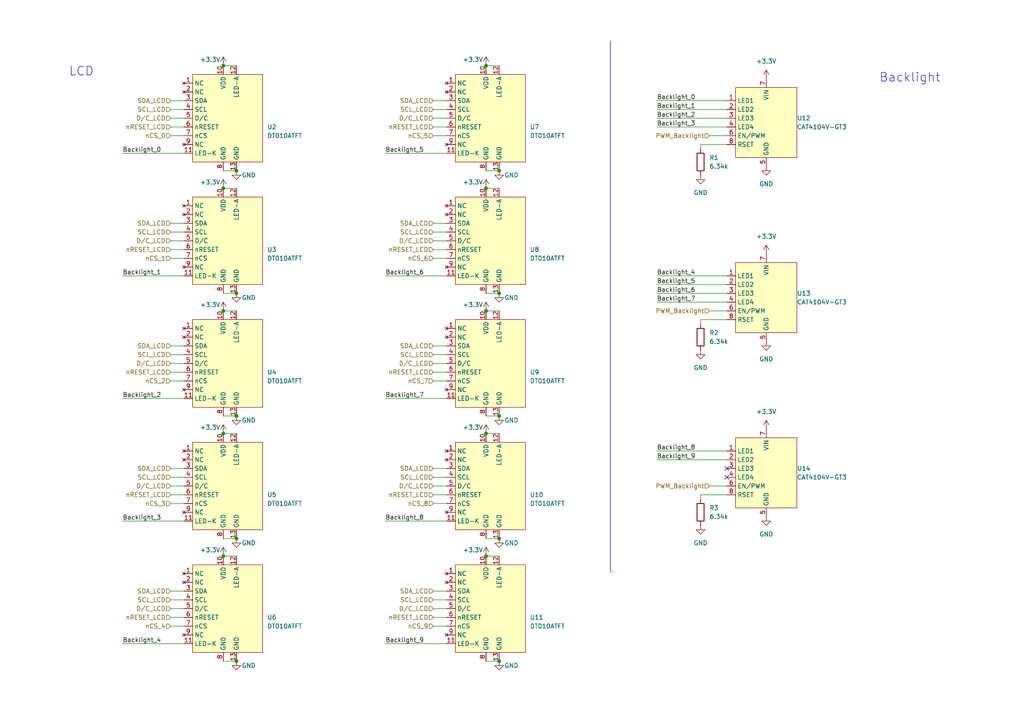
<source format=kicad_sch>
(kicad_sch (version 20231120) (generator "eeschema") (generator_version "8.0")
  (paper "A4")
  (lib_symbols
    (symbol "Console:CAT4104V-GT3"
      (property "Reference" "U" (at 3.81 2.54 0))
      (property "Value" " CAT4104V-GT3" (at 20.066 -20.828 0))
      (symbol "CAT4104V-GT3_0_0"
        (pin power_out line (at 0 -2.54 0) (length 2.54) (name "LED1") (number "1"))
        (pin power_out line (at 0 -5.08 0) (length 2.54) (name "LED2") (number "2"))
        (pin power_out line (at 0 -7.62 0) (length 2.54) (name "LED3") (number "3"))
        (pin power_out line (at 0 -10.16 0) (length 2.54) (name "LED4") (number "4"))
        (pin power_in line (at 11.43 -21.59 90) (length 2.54) (name "GND") (number "5"))
        (pin input line (at 0 -12.7 0) (length 2.54) (name "EN/PWM") (number "6"))
        (pin power_in line (at 11.43 3.81 270) (length 2.54) (name "VIN") (number "7"))
        (pin input line (at 0 -15.24 0) (length 2.54) (name "RSET") (number "8"))
      )
      (symbol "CAT4104V-GT3_0_1"
        (rectangle (start 2.54 1.27) (end 20.32 -19.05) (fill (type background)))
      )
    )
    (symbol "Console:DT010ATFT"
      (property "Reference" "U" (at 3.556 2.54 0))
      (property "Value" "DT010ATFT" (at 21.844 -25.654 0))
      (symbol "DT010ATFT_0_0"
        (pin no_connect line (at 0 -1.27 0) (length 2.54) (name "NC") (number "1"))
        (pin power_in line (at 11.43 3.81 270) (length 2.54) (name "VDD") (number "10"))
        (pin power_in line (at 0 -21.59 0) (length 2.54) (name "LED-K") (number "11"))
        (pin power_in line (at 15.24 3.81 270) (length 2.54) (name "LED-A") (number "12"))
        (pin power_in line (at 15.24 -26.67 90) (length 2.54) (name "GND") (number "13"))
        (pin no_connect line (at 0 -3.81 0) (length 2.54) (name "NC") (number "2"))
        (pin bidirectional line (at 0 -6.35 0) (length 2.54) (name "SDA") (number "3"))
        (pin input line (at 0 -8.89 0) (length 2.54) (name "SCL") (number "4"))
        (pin input line (at 0 -11.43 0) (length 2.54) (name "D/C") (number "5"))
        (pin input line (at 0 -13.97 0) (length 2.54) (name "nRESET") (number "6"))
        (pin input line (at 0 -16.51 0) (length 2.54) (name "nCS") (number "7"))
        (pin power_in line (at 11.43 -26.67 90) (length 2.54) (name "GND") (number "8"))
        (pin no_connect line (at 0 -19.05 0) (length 2.54) (name "NC") (number "9"))
      )
      (symbol "DT010ATFT_0_1"
        (rectangle (start 2.54 1.27) (end 22.86 -24.13) (fill (type background)))
      )
    )
    (symbol "Device:R" (pin_numbers hide) (pin_names (offset 0))
      (property "Reference" "R" (at 2.032 0 90))
      (property "Value" "R" (at 0 0 90))
      (symbol "R_0_1"
        (rectangle (start -1.016 -2.54) (end 1.016 2.54) (stroke (width 0.254)))
      )
      (symbol "R_1_1"
        (pin passive line (at 0 3.81 270) (length 1.27) (name "~") (number "1"))
        (pin passive line (at 0 -3.81 90) (length 1.27) (name "~") (number "2"))
      )
    )
    (symbol "power:+3.3V" (power) (pin_numbers hide) (pin_names (offset 0) hide)
      (property "Value" "+3.3V" (at 0 3.556 0))
      (symbol "+3.3V_0_1"
        (polyline (pts (xy -0.762 1.27) (xy 0 2.54)))
        (polyline (pts (xy 0 0) (xy 0 2.54)))
        (polyline (pts (xy 0 2.54) (xy 0.762 1.27)))
      )
      (symbol "+3.3V_1_1"
        (pin power_in line (at 0 0 90) (length 0) (name "~") (number "1"))
      )
    )
    (symbol "power:GND" (power) (pin_numbers hide) (pin_names (offset 0) hide)
      (property "Value" "GND" (at 0 -3.81 0))
      (symbol "GND_0_1"
        (polyline (pts (xy 0 0) (xy 0 -1.27) (xy 1.27 -1.27) (xy 0 -2.54) (xy -1.27 -1.27) (xy 0 -1.27)))
      )
      (symbol "GND_1_1"
        (pin power_in line (at 0 0 270) (length 0) (name "~") (number "1"))
      )
    )
  )
  (junction (at 144.78 85.09))
  (junction (at 68.58 85.09))
  (junction (at 140.97 90.17))
  (junction (at 64.77 125.73))
  (junction (at 64.77 90.17))
  (junction (at 144.78 156.21))
  (junction (at 68.58 49.53))
  (junction (at 140.97 54.61))
  (junction (at 68.58 120.65))
  (junction (at 144.78 120.65))
  (junction (at 144.78 49.53))
  (junction (at 140.97 19.05))
  (junction (at 68.58 191.77))
  (junction (at 64.77 161.29))
  (junction (at 68.58 156.21))
  (junction (at 140.97 125.73))
  (junction (at 64.77 19.05))
  (junction (at 64.77 54.61))
  (junction (at 144.78 191.77))
  (junction (at 140.97 161.29))
  (no_connect (at 210.82 138.43))
  (no_connect (at 210.82 135.89))
  (wire (pts (xy 49.53 181.61) (xy 53.34 181.61)))
  (wire (pts (xy 125.73 102.87) (xy 129.54 102.87)))
  (wire (pts (xy 140.97 19.05) (xy 144.78 19.05)))
  (wire (pts (xy 64.77 156.21) (xy 68.58 156.21)))
  (wire (pts (xy 190.5 80.01) (xy 210.82 80.01)))
  (wire (pts (xy 205.74 39.37) (xy 210.82 39.37)))
  (polyline (pts (xy 177.546 165.862) (xy 177.8 165.862)))
  (wire (pts (xy 125.73 176.53) (xy 129.54 176.53)))
  (wire (pts (xy 140.97 54.61) (xy 144.78 54.61)))
  (wire (pts (xy 125.73 36.83) (xy 129.54 36.83)))
  (wire (pts (xy 190.5 36.83) (xy 210.82 36.83)))
  (wire (pts (xy 125.73 69.85) (xy 129.54 69.85)))
  (wire (pts (xy 203.2 92.71) (xy 210.82 92.71)))
  (wire (pts (xy 125.73 105.41) (xy 129.54 105.41)))
  (wire (pts (xy 49.53 138.43) (xy 53.34 138.43)))
  (wire (pts (xy 125.73 64.77) (xy 129.54 64.77)))
  (wire (pts (xy 203.2 93.98) (xy 203.2 92.71)))
  (wire (pts (xy 49.53 31.75) (xy 53.34 31.75)))
  (wire (pts (xy 49.53 173.99) (xy 53.34 173.99)))
  (wire (pts (xy 140.97 85.09) (xy 144.78 85.09)))
  (wire (pts (xy 140.97 90.17) (xy 144.78 90.17)))
  (wire (pts (xy 49.53 29.21) (xy 53.34 29.21)))
  (wire (pts (xy 203.2 41.91) (xy 203.2 43.18)))
  (wire (pts (xy 49.53 140.97) (xy 53.34 140.97)))
  (wire (pts (xy 64.77 54.61) (xy 68.58 54.61)))
  (wire (pts (xy 125.73 34.29) (xy 129.54 34.29)))
  (wire (pts (xy 190.5 87.63) (xy 210.82 87.63)))
  (wire (pts (xy 140.97 191.77) (xy 144.78 191.77)))
  (wire (pts (xy 64.77 120.65) (xy 68.58 120.65)))
  (wire (pts (xy 111.76 115.57) (xy 129.54 115.57)))
  (wire (pts (xy 49.53 179.07) (xy 53.34 179.07)))
  (wire (pts (xy 190.5 82.55) (xy 210.82 82.55)))
  (wire (pts (xy 140.97 125.73) (xy 144.78 125.73)))
  (wire (pts (xy 125.73 140.97) (xy 129.54 140.97)))
  (wire (pts (xy 35.56 44.45) (xy 53.34 44.45)))
  (wire (pts (xy 190.5 85.09) (xy 210.82 85.09)))
  (wire (pts (xy 49.53 64.77) (xy 53.34 64.77)))
  (wire (pts (xy 125.73 146.05) (xy 129.54 146.05)))
  (wire (pts (xy 49.53 67.31) (xy 53.34 67.31)))
  (wire (pts (xy 125.73 143.51) (xy 129.54 143.51)))
  (wire (pts (xy 64.77 90.17) (xy 68.58 90.17)))
  (wire (pts (xy 125.73 171.45) (xy 129.54 171.45)))
  (wire (pts (xy 64.77 19.05) (xy 68.58 19.05)))
  (wire (pts (xy 111.76 80.01) (xy 129.54 80.01)))
  (wire (pts (xy 125.73 179.07) (xy 129.54 179.07)))
  (wire (pts (xy 35.56 151.13) (xy 53.34 151.13)))
  (wire (pts (xy 64.77 85.09) (xy 68.58 85.09)))
  (wire (pts (xy 125.73 72.39) (xy 129.54 72.39)))
  (wire (pts (xy 49.53 171.45) (xy 53.34 171.45)))
  (wire (pts (xy 190.5 133.35) (xy 210.82 133.35)))
  (wire (pts (xy 125.73 74.93) (xy 129.54 74.93)))
  (wire (pts (xy 111.76 186.69) (xy 129.54 186.69)))
  (wire (pts (xy 125.73 31.75) (xy 129.54 31.75)))
  (wire (pts (xy 49.53 39.37) (xy 53.34 39.37)))
  (wire (pts (xy 125.73 110.49) (xy 129.54 110.49)))
  (wire (pts (xy 49.53 143.51) (xy 53.34 143.51)))
  (wire (pts (xy 49.53 100.33) (xy 53.34 100.33)))
  (wire (pts (xy 140.97 49.53) (xy 144.78 49.53)))
  (wire (pts (xy 64.77 49.53) (xy 68.58 49.53)))
  (wire (pts (xy 49.53 107.95) (xy 53.34 107.95)))
  (wire (pts (xy 190.5 130.81) (xy 210.82 130.81)))
  (wire (pts (xy 64.77 191.77) (xy 68.58 191.77)))
  (wire (pts (xy 49.53 105.41) (xy 53.34 105.41)))
  (wire (pts (xy 210.82 41.91) (xy 203.2 41.91)))
  (wire (pts (xy 49.53 110.49) (xy 53.34 110.49)))
  (wire (pts (xy 49.53 102.87) (xy 53.34 102.87)))
  (wire (pts (xy 140.97 161.29) (xy 144.78 161.29)))
  (wire (pts (xy 49.53 34.29) (xy 53.34 34.29)))
  (wire (pts (xy 64.77 161.29) (xy 68.58 161.29)))
  (wire (pts (xy 49.53 135.89) (xy 53.34 135.89)))
  (wire (pts (xy 125.73 67.31) (xy 129.54 67.31)))
  (wire (pts (xy 125.73 135.89) (xy 129.54 135.89)))
  (wire (pts (xy 125.73 107.95) (xy 129.54 107.95)))
  (wire (pts (xy 35.56 186.69) (xy 53.34 186.69)))
  (polyline (pts (xy 177.038 11.938) (xy 177.038 165.862)))
  (wire (pts (xy 125.73 138.43) (xy 129.54 138.43)))
  (wire (pts (xy 125.73 39.37) (xy 129.54 39.37)))
  (wire (pts (xy 111.76 44.45) (xy 129.54 44.45)))
  (wire (pts (xy 190.5 34.29) (xy 210.82 34.29)))
  (wire (pts (xy 49.53 72.39) (xy 53.34 72.39)))
  (wire (pts (xy 190.5 29.21) (xy 210.82 29.21)))
  (wire (pts (xy 49.53 146.05) (xy 53.34 146.05)))
  (wire (pts (xy 49.53 74.93) (xy 53.34 74.93)))
  (wire (pts (xy 64.77 125.73) (xy 68.58 125.73)))
  (wire (pts (xy 210.82 143.51) (xy 203.2 143.51)))
  (wire (pts (xy 35.56 80.01) (xy 53.34 80.01)))
  (wire (pts (xy 125.73 100.33) (xy 129.54 100.33)))
  (wire (pts (xy 190.5 31.75) (xy 210.82 31.75)))
  (wire (pts (xy 140.97 120.65) (xy 144.78 120.65)))
  (wire (pts (xy 203.2 143.51) (xy 203.2 144.78)))
  (wire (pts (xy 49.53 69.85) (xy 53.34 69.85)))
  (wire (pts (xy 125.73 181.61) (xy 129.54 181.61)))
  (wire (pts (xy 205.74 140.97) (xy 210.82 140.97)))
  (wire (pts (xy 125.73 173.99) (xy 129.54 173.99)))
  (wire (pts (xy 35.56 115.57) (xy 53.34 115.57)))
  (wire (pts (xy 205.74 90.17) (xy 210.82 90.17)))
  (wire (pts (xy 140.97 156.21) (xy 144.78 156.21)))
  (wire (pts (xy 49.53 36.83) (xy 53.34 36.83)))
  (wire (pts (xy 111.76 151.13) (xy 129.54 151.13)))
  (wire (pts (xy 49.53 176.53) (xy 53.34 176.53)))
  (wire (pts (xy 125.73 29.21) (xy 129.54 29.21)))
  (text "LCD" (at 23.622 20.828 0) (effects (font (size 2.54 2.54))))
  (text "Backlight" (at 263.906 22.606 0) (effects (font (size 2.54 2.54))))
  (label "Backlight_2" (at 190.5 34.29 0))
  (label "Backlight_7" (at 190.5 87.63 0))
  (label "Backlight_4" (at 190.5 80.01 0))
  (label "Backlight_1" (at 35.56 80.01 0))
  (label "Backlight_0" (at 35.56 44.45 0))
  (label "Backlight_6" (at 190.5 85.09 0))
  (label "Backlight_2" (at 35.56 115.57 0))
  (label "Backlight_3" (at 35.56 151.13 0))
  (label "Backlight_5" (at 190.5 82.55 0))
  (label "Backlight_4" (at 35.56 186.69 0))
  (label "Backlight_9" (at 111.76 186.69 0))
  (label "Backlight_9" (at 190.5 133.35 0))
  (label "Backlight_8" (at 111.76 151.13 0))
  (label "Backlight_7" (at 111.76 115.57 0))
  (label "Backlight_0" (at 190.5 29.21 0))
  (label "Backlight_5" (at 111.76 44.45 0))
  (label "Backlight_8" (at 190.5 130.81 0))
  (label "Backlight_6" (at 111.76 80.01 0))
  (label "Backlight_1" (at 190.5 31.75 0))
  (label "Backlight_3" (at 190.5 36.83 0))
  (hierarchical_label "nRESET_LCD" (shape input) (at 125.73 36.83 180))
  (hierarchical_label "SCL_LCD" (shape input) (at 125.73 31.75 180))
  (hierarchical_label "D{slash}C_LCD" (shape input) (at 49.53 176.53 180))
  (hierarchical_label "SCL_LCD" (shape input) (at 49.53 67.31 180))
  (hierarchical_label "SCL_LCD" (shape input) (at 125.73 173.99 180))
  (hierarchical_label "SDA_LCD" (shape input) (at 49.53 171.45 180))
  (hierarchical_label "D{slash}C_LCD" (shape input) (at 125.73 34.29 180))
  (hierarchical_label "nRESET_LCD" (shape input) (at 125.73 143.51 180))
  (hierarchical_label "SCL_LCD" (shape input) (at 49.53 138.43 180))
  (hierarchical_label "SCL_LCD" (shape input) (at 49.53 173.99 180))
  (hierarchical_label "nCS_1" (shape input) (at 49.53 74.93 180))
  (hierarchical_label "SCL_LCD" (shape input) (at 125.73 138.43 180))
  (hierarchical_label "SCL_LCD" (shape input) (at 49.53 102.87 180))
  (hierarchical_label "nCS_0" (shape input) (at 49.53 39.37 180))
  (hierarchical_label "nRESET_LCD" (shape input) (at 49.53 36.83 180))
  (hierarchical_label "nRESET_LCD" (shape input) (at 49.53 179.07 180))
  (hierarchical_label "nCS_9" (shape input) (at 125.73 181.61 180))
  (hierarchical_label "D{slash}C_LCD" (shape input) (at 49.53 34.29 180))
  (hierarchical_label "SCL_LCD" (shape input) (at 125.73 102.87 180))
  (hierarchical_label "nCS_7" (shape input) (at 125.73 110.49 180))
  (hierarchical_label "SDA_LCD" (shape input) (at 49.53 100.33 180))
  (hierarchical_label "nRESET_LCD" (shape input) (at 125.73 179.07 180))
  (hierarchical_label "SDA_LCD" (shape input) (at 49.53 64.77 180))
  (hierarchical_label "SDA_LCD" (shape input) (at 125.73 64.77 180))
  (hierarchical_label "SDA_LCD" (shape input) (at 125.73 171.45 180))
  (hierarchical_label "nRESET_LCD" (shape input) (at 49.53 107.95 180))
  (hierarchical_label "PWM_Backlight" (shape input) (at 205.74 90.17 180))
  (hierarchical_label "PWM_Backlight" (shape input) (at 205.74 39.37 180))
  (hierarchical_label "nCS_6" (shape input) (at 125.73 74.93 180))
  (hierarchical_label "D{slash}C_LCD" (shape input) (at 125.73 69.85 180))
  (hierarchical_label "PWM_Backlight" (shape input) (at 205.74 140.97 180))
  (hierarchical_label "D{slash}C_LCD" (shape input) (at 125.73 105.41 180))
  (hierarchical_label "SCL_LCD" (shape input) (at 125.73 67.31 180))
  (hierarchical_label "nCS_5" (shape input) (at 125.73 39.37 180))
  (hierarchical_label "nRESET_LCD" (shape input) (at 125.73 72.39 180))
  (hierarchical_label "SDA_LCD" (shape input) (at 125.73 135.89 180))
  (hierarchical_label "SDA_LCD" (shape input) (at 125.73 100.33 180))
  (hierarchical_label "nRESET_LCD" (shape input) (at 49.53 72.39 180))
  (hierarchical_label "nCS_8" (shape input) (at 125.73 146.05 180))
  (hierarchical_label "nCS_2" (shape input) (at 49.53 110.49 180))
  (hierarchical_label "nRESET_LCD" (shape input) (at 49.53 143.51 180))
  (hierarchical_label "SDA_LCD" (shape input) (at 49.53 135.89 180))
  (hierarchical_label "D{slash}C_LCD" (shape input) (at 49.53 140.97 180))
  (hierarchical_label "SDA_LCD" (shape input) (at 125.73 29.21 180))
  (hierarchical_label "SDA_LCD" (shape input) (at 49.53 29.21 180))
  (hierarchical_label "D{slash}C_LCD" (shape input) (at 49.53 105.41 180))
  (hierarchical_label "D{slash}C_LCD" (shape input) (at 125.73 140.97 180))
  (hierarchical_label "nRESET_LCD" (shape input) (at 125.73 107.95 180))
  (hierarchical_label "nCS_4" (shape input) (at 49.53 181.61 180))
  (hierarchical_label "D{slash}C_LCD" (shape input) (at 49.53 69.85 180))
  (hierarchical_label "SCL_LCD" (shape input) (at 49.53 31.75 180))
  (hierarchical_label "D{slash}C_LCD" (shape input) (at 125.73 176.53 180))
  (hierarchical_label "nCS_3" (shape input) (at 49.53 146.05 180))
  (symbol (lib_id "power:+3.3V") (at 140.97 161.29 0) (unit 1)
    (property "Reference" "#PWR030" (effects (hide yes)))
    (property "Value" "+3.3V" (at 137.16 159.512 0))
    (property "Description" "Power symbol creates a global label with name \"+3.3V\"" (effects (hide yes)))
  )
  (symbol (lib_id "power:+3.3V") (at 64.77 161.29 0) (unit 1)
    (property "Reference" "#PWR027" (effects (hide yes)))
    (property "Value" "+3.3V" (at 60.96 159.512 0))
    (property "Description" "Power symbol creates a global label with name \"+3.3V\"" (effects (hide yes)))
  )
  (symbol (lib_id "power:GND") (at 144.78 49.53 0) (unit 1)
    (property "Reference" "#PWR09" (effects (hide yes)))
    (property "Value" "GND" (at 148.336 50.8 0))
    (property "Description" "Power symbol creates a global label with name \"GND\" , ground" (effects (hide yes)))
  )
  (symbol (lib_id "Device:R") (at 203.2 97.79 0) (unit 1)
    (property "Reference" "R2" (at 205.74 96.5199 0) (effects (justify left)))
    (property "Value" "6.34k" (at 205.74 99.0599 0) (effects (justify left)))
    (property "Footprint" "Resistor_SMD:R_0805_2012Metric" (effects (hide yes)))
    (property "Description" "Resistor" (effects (hide yes)))
  )
  (symbol (lib_id "Console:DT010ATFT") (at 129.54 93.98 0) (unit 1)
    (property "Reference" "U9" (at 153.67 107.9499 0) (effects (justify left)))
    (property "Value" "DT010ATFT" (at 153.67 110.4899 0) (effects (justify left)))
    (property "Datasheet" "https://www.mouser.de/datasheet/2/1015/DT010ATFT_Rev1_1_Displaytech_Spec-3371713.pdf" (effects (hide yes)))
    (property "Description" "LCD Module" (effects (hide yes)))
  )
  (symbol (lib_id "Console:DT010ATFT") (at 53.34 129.54 0) (unit 1)
    (property "Reference" "U5" (at 77.47 143.5099 0) (effects (justify left)))
    (property "Value" "DT010ATFT" (at 77.47 146.0499 0) (effects (justify left)))
    (property "Datasheet" "https://www.mouser.de/datasheet/2/1015/DT010ATFT_Rev1_1_Displaytech_Spec-3371713.pdf" (effects (hide yes)))
    (property "Description" "LCD Module" (effects (hide yes)))
  )
  (symbol (lib_id "Console:DT010ATFT") (at 129.54 129.54 0) (unit 1)
    (property "Reference" "U10" (at 153.67 143.5099 0) (effects (justify left)))
    (property "Value" "DT010ATFT" (at 153.67 146.0499 0) (effects (justify left)))
    (property "Datasheet" "https://www.mouser.de/datasheet/2/1015/DT010ATFT_Rev1_1_Displaytech_Spec-3371713.pdf" (effects (hide yes)))
    (property "Description" "LCD Module" (effects (hide yes)))
  )
  (symbol (lib_id "Console:DT010ATFT") (at 53.34 93.98 0) (unit 1)
    (property "Reference" "U4" (at 77.47 107.9499 0) (effects (justify left)))
    (property "Value" "DT010ATFT" (at 77.47 110.4899 0) (effects (justify left)))
    (property "Datasheet" "https://www.mouser.de/datasheet/2/1015/DT010ATFT_Rev1_1_Displaytech_Spec-3371713.pdf" (effects (hide yes)))
    (property "Description" "LCD Module" (effects (hide yes)))
  )
  (symbol (lib_id "power:+3.3V") (at 222.25 73.66 0) (unit 1)
    (property "Reference" "#PWR021" (effects (hide yes)))
    (property "Value" "+3.3V" (at 222.25 68.58 0))
    (property "Description" "Power symbol creates a global label with name \"+3.3V\"" (effects (hide yes)))
  )
  (symbol (lib_id "power:+3.3V") (at 140.97 90.17 0) (unit 1)
    (property "Reference" "#PWR032" (effects (hide yes)))
    (property "Value" "+3.3V" (at 137.16 88.392 0))
    (property "Description" "Power symbol creates a global label with name \"+3.3V\"" (effects (hide yes)))
  )
  (symbol (lib_id "power:GND") (at 68.58 191.77 0) (unit 1)
    (property "Reference" "#PWR016" (effects (hide yes)))
    (property "Value" "GND" (at 72.136 193.04 0))
    (property "Description" "Power symbol creates a global label with name \"GND\" , ground" (effects (hide yes)))
  )
  (symbol (lib_id "Device:R") (at 203.2 46.99 0) (unit 1)
    (property "Reference" "R1" (at 205.74 45.7199 0) (effects (justify left)))
    (property "Value" "6.34k" (at 205.74 48.2599 0) (effects (justify left)))
    (property "Footprint" "Resistor_SMD:R_0805_2012Metric" (effects (hide yes)))
    (property "Description" "Resistor" (effects (hide yes)))
  )
  (symbol (lib_id "power:GND") (at 222.25 149.86 0) (unit 1)
    (property "Reference" "#PWR05" (effects (hide yes)))
    (property "Value" "GND" (at 222.25 154.94 0))
    (property "Description" "Power symbol creates a global label with name \"GND\" , ground" (effects (hide yes)))
  )
  (symbol (lib_id "power:GND") (at 68.58 85.09 0) (unit 1)
    (property "Reference" "#PWR011" (effects (hide yes)))
    (property "Value" "GND" (at 72.136 86.36 0))
    (property "Description" "Power symbol creates a global label with name \"GND\" , ground" (effects (hide yes)))
  )
  (symbol (lib_id "power:GND") (at 144.78 191.77 0) (unit 1)
    (property "Reference" "#PWR017" (effects (hide yes)))
    (property "Value" "GND" (at 148.336 193.04 0))
    (property "Description" "Power symbol creates a global label with name \"GND\" , ground" (effects (hide yes)))
  )
  (symbol (lib_id "power:GND") (at 144.78 120.65 0) (unit 1)
    (property "Reference" "#PWR013" (effects (hide yes)))
    (property "Value" "GND" (at 148.336 121.92 0))
    (property "Description" "Power symbol creates a global label with name \"GND\" , ground" (effects (hide yes)))
  )
  (symbol (lib_id "Console:CAT4104V-GT3") (at 210.82 128.27 0) (unit 1)
    (property "Reference" "U14" (at 231.14 135.8899 0) (effects (justify left)))
    (property "Value" "CAT4104V-GT3" (at 231.14 138.4299 0) (effects (justify left)))
    (property "Footprint" "Package_SO:SOIC-8_3.9x4.9mm_P1.27mm" (effects (hide yes)))
    (property "Datasheet" "https://www.mouser.de/datasheet/2/308/1/CAT4104_D-2513108.pdf" (effects (hide yes)))
  )
  (symbol (lib_id "Console:DT010ATFT") (at 129.54 58.42 0) (unit 1)
    (property "Reference" "U8" (at 153.67 72.3899 0) (effects (justify left)))
    (property "Value" "DT010ATFT" (at 153.67 74.9299 0) (effects (justify left)))
    (property "Datasheet" "https://www.mouser.de/datasheet/2/1015/DT010ATFT_Rev1_1_Displaytech_Spec-3371713.pdf" (effects (hide yes)))
    (property "Description" "LCD Module" (effects (hide yes)))
  )
  (symbol (lib_id "power:+3.3V") (at 64.77 54.61 0) (unit 1)
    (property "Reference" "#PWR024" (effects (hide yes)))
    (property "Value" "+3.3V" (at 60.96 52.832 0))
    (property "Description" "Power symbol creates a global label with name \"+3.3V\"" (effects (hide yes)))
  )
  (symbol (lib_id "power:GND") (at 68.58 120.65 0) (unit 1)
    (property "Reference" "#PWR012" (effects (hide yes)))
    (property "Value" "GND" (at 72.136 121.92 0))
    (property "Description" "Power symbol creates a global label with name \"GND\" , ground" (effects (hide yes)))
  )
  (symbol (lib_id "power:+3.3V") (at 64.77 19.05 0) (unit 1)
    (property "Reference" "#PWR023" (effects (hide yes)))
    (property "Value" "+3.3V" (at 60.96 17.272 0))
    (property "Description" "Power symbol creates a global label with name \"+3.3V\"" (effects (hide yes)))
  )
  (symbol (lib_id "Console:DT010ATFT") (at 129.54 165.1 0) (unit 1)
    (property "Reference" "U11" (at 153.67 179.0699 0) (effects (justify left)))
    (property "Value" "DT010ATFT" (at 153.67 181.6099 0) (effects (justify left)))
    (property "Datasheet" "https://www.mouser.de/datasheet/2/1015/DT010ATFT_Rev1_1_Displaytech_Spec-3371713.pdf" (effects (hide yes)))
    (property "Description" "LCD Module" (effects (hide yes)))
  )
  (symbol (lib_id "power:GND") (at 68.58 156.21 0) (unit 1)
    (property "Reference" "#PWR015" (effects (hide yes)))
    (property "Value" "GND" (at 72.136 157.48 0))
    (property "Description" "Power symbol creates a global label with name \"GND\" , ground" (effects (hide yes)))
  )
  (symbol (lib_id "power:GND") (at 222.25 99.06 0) (unit 1)
    (property "Reference" "#PWR06" (effects (hide yes)))
    (property "Value" "GND" (at 222.25 104.14 0))
    (property "Description" "Power symbol creates a global label with name \"GND\" , ground" (effects (hide yes)))
  )
  (symbol (lib_id "Console:DT010ATFT") (at 53.34 58.42 0) (unit 1)
    (property "Reference" "U3" (at 77.47 72.3899 0) (effects (justify left)))
    (property "Value" "DT010ATFT" (at 77.47 74.9299 0) (effects (justify left)))
    (property "Datasheet" "https://www.mouser.de/datasheet/2/1015/DT010ATFT_Rev1_1_Displaytech_Spec-3371713.pdf" (effects (hide yes)))
    (property "Description" "LCD Module" (effects (hide yes)))
  )
  (symbol (lib_id "power:+3.3V") (at 222.25 124.46 0) (unit 1)
    (property "Reference" "#PWR022" (effects (hide yes)))
    (property "Value" "+3.3V" (at 222.25 119.38 0))
    (property "Description" "Power symbol creates a global label with name \"+3.3V\"" (effects (hide yes)))
  )
  (symbol (lib_id "power:+3.3V") (at 222.25 22.86 0) (unit 1)
    (property "Reference" "#PWR020" (effects (hide yes)))
    (property "Value" "+3.3V" (at 222.25 17.78 0))
    (property "Description" "Power symbol creates a global label with name \"+3.3V\"" (effects (hide yes)))
  )
  (symbol (lib_id "power:GND") (at 203.2 50.8 0) (unit 1)
    (property "Reference" "#PWR04" (effects (hide yes)))
    (property "Value" "GND" (at 203.2 55.88 0))
    (property "Description" "Power symbol creates a global label with name \"GND\" , ground" (effects (hide yes)))
  )
  (symbol (lib_id "power:+3.3V") (at 140.97 54.61 0) (unit 1)
    (property "Reference" "#PWR033" (effects (hide yes)))
    (property "Value" "+3.3V" (at 137.16 52.832 0))
    (property "Description" "Power symbol creates a global label with name \"+3.3V\"" (effects (hide yes)))
  )
  (symbol (lib_id "power:+3.3V") (at 64.77 125.73 0) (unit 1)
    (property "Reference" "#PWR026" (effects (hide yes)))
    (property "Value" "+3.3V" (at 60.96 123.952 0))
    (property "Description" "Power symbol creates a global label with name \"+3.3V\"" (effects (hide yes)))
  )
  (symbol (lib_id "power:+3.3V") (at 140.97 19.05 0) (unit 1)
    (property "Reference" "#PWR034" (effects (hide yes)))
    (property "Value" "+3.3V" (at 137.16 17.272 0))
    (property "Description" "Power symbol creates a global label with name \"+3.3V\"" (effects (hide yes)))
  )
  (symbol (lib_id "power:+3.3V") (at 140.97 125.73 0) (unit 1)
    (property "Reference" "#PWR031" (effects (hide yes)))
    (property "Value" "+3.3V" (at 137.16 123.952 0))
    (property "Description" "Power symbol creates a global label with name \"+3.3V\"" (effects (hide yes)))
  )
  (symbol (lib_id "Device:R") (at 203.2 148.59 0) (unit 1)
    (property "Reference" "R3" (at 205.74 147.3199 0) (effects (justify left)))
    (property "Value" "6.34k" (at 205.74 149.8599 0) (effects (justify left)))
    (property "Footprint" "Resistor_SMD:R_0805_2012Metric" (effects (hide yes)))
    (property "Description" "Resistor" (effects (hide yes)))
  )
  (symbol (lib_id "Console:DT010ATFT") (at 129.54 22.86 0) (unit 1)
    (property "Reference" "U7" (at 153.67 36.8299 0) (effects (justify left)))
    (property "Value" "DT010ATFT" (at 153.67 39.3699 0) (effects (justify left)))
    (property "Datasheet" "https://www.mouser.de/datasheet/2/1015/DT010ATFT_Rev1_1_Displaytech_Spec-3371713.pdf" (effects (hide yes)))
    (property "Description" "LCD Module" (effects (hide yes)))
  )
  (symbol (lib_id "power:GND") (at 144.78 85.09 0) (unit 1)
    (property "Reference" "#PWR010" (effects (hide yes)))
    (property "Value" "GND" (at 148.336 86.36 0))
    (property "Description" "Power symbol creates a global label with name \"GND\" , ground" (effects (hide yes)))
  )
  (symbol (lib_id "Console:CAT4104V-GT3") (at 210.82 26.67 0) (unit 1)
    (property "Reference" "U12" (at 231.14 34.2899 0) (effects (justify left)))
    (property "Value" "CAT4104V-GT3" (at 231.14 36.8299 0) (effects (justify left)))
    (property "Footprint" "Package_SO:SOIC-8_3.9x4.9mm_P1.27mm" (effects (hide yes)))
    (property "Datasheet" "https://www.mouser.de/datasheet/2/308/1/CAT4104_D-2513108.pdf" (effects (hide yes)))
  )
  (symbol (lib_id "power:GND") (at 144.78 156.21 0) (unit 1)
    (property "Reference" "#PWR014" (effects (hide yes)))
    (property "Value" "GND" (at 148.336 157.48 0))
    (property "Description" "Power symbol creates a global label with name \"GND\" , ground" (effects (hide yes)))
  )
  (symbol (lib_id "power:GND") (at 222.25 48.26 0) (unit 1)
    (property "Reference" "#PWR07" (effects (hide yes)))
    (property "Value" "GND" (at 222.25 53.34 0))
    (property "Description" "Power symbol creates a global label with name \"GND\" , ground" (effects (hide yes)))
  )
  (symbol (lib_id "power:GND") (at 203.2 101.6 0) (unit 1)
    (property "Reference" "#PWR028" (effects (hide yes)))
    (property "Value" "GND" (at 203.2 106.68 0))
    (property "Description" "Power symbol creates a global label with name \"GND\" , ground" (effects (hide yes)))
  )
  (symbol (lib_id "power:GND") (at 203.2 152.4 0) (unit 1)
    (property "Reference" "#PWR029" (effects (hide yes)))
    (property "Value" "GND" (at 203.2 157.48 0))
    (property "Description" "Power symbol creates a global label with name \"GND\" , ground" (effects (hide yes)))
  )
  (symbol (lib_id "Console:CAT4104V-GT3") (at 210.82 77.47 0) (unit 1)
    (property "Reference" "U13" (at 231.14 85.0899 0) (effects (justify left)))
    (property "Value" "CAT4104V-GT3" (at 231.14 87.6299 0) (effects (justify left)))
    (property "Footprint" "Package_SO:SOIC-8_3.9x4.9mm_P1.27mm" (effects (hide yes)))
    (property "Datasheet" "https://www.mouser.de/datasheet/2/308/1/CAT4104_D-2513108.pdf" (effects (hide yes)))
  )
  (symbol (lib_id "power:+3.3V") (at 64.77 90.17 0) (unit 1)
    (property "Reference" "#PWR025" (effects (hide yes)))
    (property "Value" "+3.3V" (at 60.96 88.392 0))
    (property "Description" "Power symbol creates a global label with name \"+3.3V\"" (effects (hide yes)))
  )
  (symbol (lib_id "Console:DT010ATFT") (at 53.34 165.1 0) (unit 1)
    (property "Reference" "U6" (at 77.47 179.0699 0) (effects (justify left)))
    (property "Value" "DT010ATFT" (at 77.47 181.6099 0) (effects (justify left)))
    (property "Datasheet" "https://www.mouser.de/datasheet/2/1015/DT010ATFT_Rev1_1_Displaytech_Spec-3371713.pdf" (effects (hide yes)))
    (property "Description" "LCD Module" (effects (hide yes)))
  )
  (symbol (lib_id "Console:DT010ATFT") (at 53.34 22.86 0) (unit 1)
    (property "Reference" "U2" (at 77.47 36.8299 0) (effects (justify left)))
    (property "Value" "DT010ATFT" (at 77.47 39.3699 0) (effects (justify left)))
    (property "Datasheet" "https://www.mouser.de/datasheet/2/1015/DT010ATFT_Rev1_1_Displaytech_Spec-3371713.pdf" (effects (hide yes)))
    (property "Description" "LCD Module" (effects (hide yes)))
  )
  (symbol (lib_id "power:GND") (at 68.58 49.53 0) (unit 1)
    (property "Reference" "#PWR08" (effects (hide yes)))
    (property "Value" "GND" (at 72.136 50.8 0))
    (property "Description" "Power symbol creates a global label with name \"GND\" , ground" (effects (hide yes)))
  )
)
</source>
